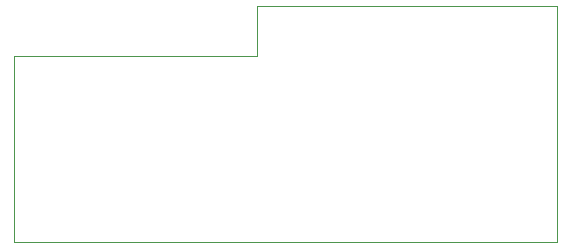
<source format=gbr>
G04 #@! TF.GenerationSoftware,KiCad,Pcbnew,(5.1.2)-1*
G04 #@! TF.CreationDate,2021-12-05T07:22:55+09:00*
G04 #@! TF.ProjectId,ESP32C3_downloader,45535033-3243-4335-9f64-6f776e6c6f61,rev?*
G04 #@! TF.SameCoordinates,Original*
G04 #@! TF.FileFunction,Profile,NP*
%FSLAX46Y46*%
G04 Gerber Fmt 4.6, Leading zero omitted, Abs format (unit mm)*
G04 Created by KiCad (PCBNEW (5.1.2)-1) date 2021-12-05 07:22:55*
%MOMM*%
%LPD*%
G04 APERTURE LIST*
%ADD10C,0.050000*%
G04 APERTURE END LIST*
D10*
X30226000Y-54356000D02*
X30226000Y-70104000D01*
X50800000Y-54356000D02*
X30226000Y-54356000D01*
X50800000Y-50165000D02*
X50800000Y-54356000D01*
X76200000Y-50165000D02*
X50800000Y-50165000D01*
X76200000Y-70104000D02*
X76200000Y-50165000D01*
X30226000Y-70104000D02*
X76200000Y-70104000D01*
M02*

</source>
